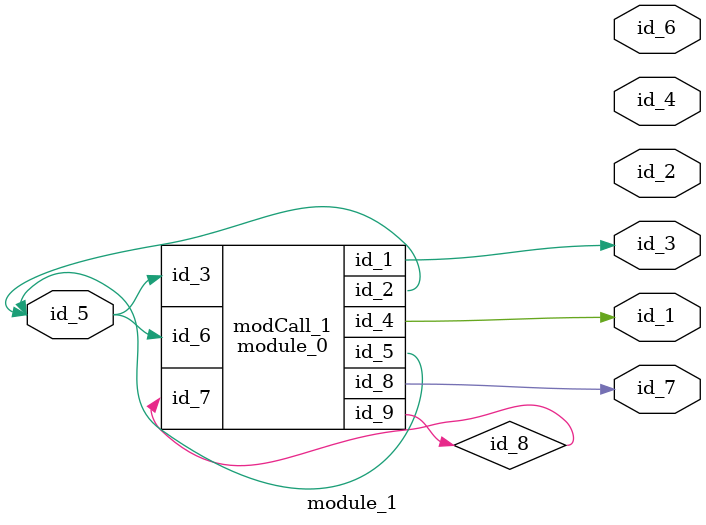
<source format=v>
module module_0 (
    id_1,
    id_2,
    id_3,
    id_4,
    id_5,
    id_6,
    id_7,
    id_8,
    id_9
);
  inout wire id_9;
  output wire id_8;
  input wire id_7;
  input wire id_6;
  inout wire id_5;
  output wire id_4;
  input wire id_3;
  inout wire id_2;
  output wire id_1;
  wire [-1 : 1] id_10;
endmodule
module module_1 (
    id_1,
    id_2,
    id_3,
    id_4,
    id_5,
    id_6,
    id_7
);
  output wire id_7;
  output wire id_6;
  inout wire id_5;
  output wire id_4;
  output wire id_3;
  output wire id_2;
  output wire id_1;
  generate
    wire id_8;
    ;
  endgenerate
  module_0 modCall_1 (
      id_3,
      id_5,
      id_5,
      id_1,
      id_5,
      id_5,
      id_8,
      id_7,
      id_8
  );
endmodule

</source>
